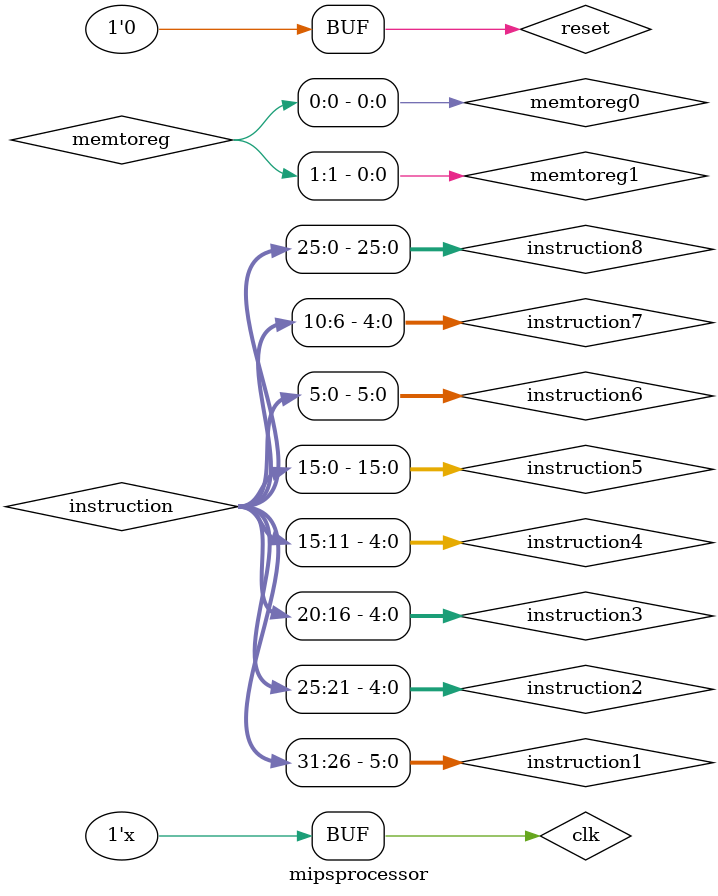
<source format=v>
module mipsprocessor();
	wire [31:0] a ;
	wire [31:0] b ;	
	wire [31:0] instruction ;
	wire [5:0] instruction1 ;
	wire [4:0] instruction2 ;
	wire [4:0] instruction3 ;
	wire [4:0] instruction4 ;
        wire [15:0] instruction5 ;
	wire [5:0] instruction6 ;
	wire [4:0] instruction7 ;
	wire [25:0] instruction8 ;
	wire alusrc,regwrite,memread,memwrite,br,aluop0,aluop1,j;
	wire [1:0] regdst ;
	wire [1:0] memtoreg;
	wire [31:0] read_data1 ; 
	wire [31:0] read_data2 ; 
	wire [31:0] write_data;
	
	wire [4:0] mux1out ; 		   
	wire [31:0] signextention_out ; 
	wire [31:0] secondoperand ;	
	wire [3:0] alucontrolinput;
	wire [1:0] aluop ;
	wire [31:0] alu_result ;
	wire  zero_signal ;	
	wire [31:0] read_data ;
	wire [31:0] pc_4 ;
	wire [27:0] shifted_jump ;
	wire memtoreg0,memtoreg1 ; 
	wire [31:0] jump_address ;
	wire [31:0] alu2_secondoperand ;
	wire [31:0] fulladderout;
	wire andout ;
	wire [31:0] firstmux_secondalu_out ;
	wire [31 :0] secondmux_secondalu_out ;
	wire [31:0] thirdmux_secondalu_out ;
	wire jumpReg ;
	
	reg reset ;
        reg clk ; 
	parameter jal_reg_address =5'b11111 ;
        parameter zero =0 ; 
        parameter zero5bit =5'b00000;
        parameter zero1bit =1'b0;
	assign jump_address = {{pc_4[31:28]},shifted_jump} ;
	
	pc programcounter ( a,thirdmux_secondalu_out ,clk,reset);	
        instruction_memory im (instruction,a ,clk);						
	assign instruction1=instruction[31:26];  
	assign instruction2=instruction[25:21];
	assign instruction3=instruction[20:16];
	assign instruction4=instruction[15:11];
	assign instruction5=instruction[15:0];
	assign instruction6=instruction[5:0];
	assign instruction7=instruction[10:6];
	assign instruction8=instruction[25:0];
	assign memtoreg0=memtoreg[0];
	assign memtoreg1=memtoreg[1];
	
	assign aluop = {aluop1,aluop0} ;
	controlunit cu (instruction1,regdst,alusrc,memtoreg,regwrite,memread,memwrite,br,aluop0,aluop1,j);
	
	Mux5bit mux_regdst(instruction3 , instruction4 , jal_reg_address, zero5bit ,regdst[0] , regdst[1] , mux1out ) ;
	
	//second error!
	RegisterFile regfile ( regwrite , instruction2 , instruction3 , read_data1 , read_data2 ,mux1out ,write_data ,clk );
	
	mux_21 mux_alu ( read_data2 ,signextention_out	, alusrc , secondoperand );
	
	signExtention se ( instruction5 ,  signextention_out ) ; 
	
	ALUControlUnit alucontrol ( alucontrolinput ,jumpReg ,aluop , instruction6);
	
	ALU alu ( alu_result , zero_signal , instruction7 , alucontrolinput ,read_data1 , secondoperand);
	
	Datamemory datamemory ( clk , alu_result , read_data2 , read_data , memread , memwrite ) ;
	
	mux_41 mux_datamemory( alu_result , read_data ,	pc_4 , zero , memtoreg0,memtoreg1,write_data);
	
	adder adder_pc (a , pc_4 ); 
	
	shiftby26 shiftingby2 ( shifted_jump ,instruction8 ); 
	
	shiftby2 shifting_constant_by2 ( alu2_secondoperand , signextention_out );
	
	adder32bit fulladder (fulladderout,n ,pc_4,signextention_out ,zero1bit ) ;
	and and_branch ( andout , br , zero_signal ) ;
	mux_21 firstmux_secondalu (pc_4 ,fulladderout , andout ,firstmux_secondalu_out );
	mux_21 secondmux_secondalu ( firstmux_secondalu_out , jump_address , j ,secondmux_secondalu_out);
	mux_21 thirdmux_secondalu ( secondmux_secondalu_out , read_data1 ,jumpReg ,thirdmux_secondalu_out );
initial begin
clk<=0 ;
reset <= 1;
#30 reset = 0;
end 
always begin 
          #20 clk=~clk ; 
end
	endmodule 

	
	
	
	
	
	
	
	
	
	
	
	
	
	

	
	
	
	
	
	
	
	
	
	
	
	
	
	
</source>
